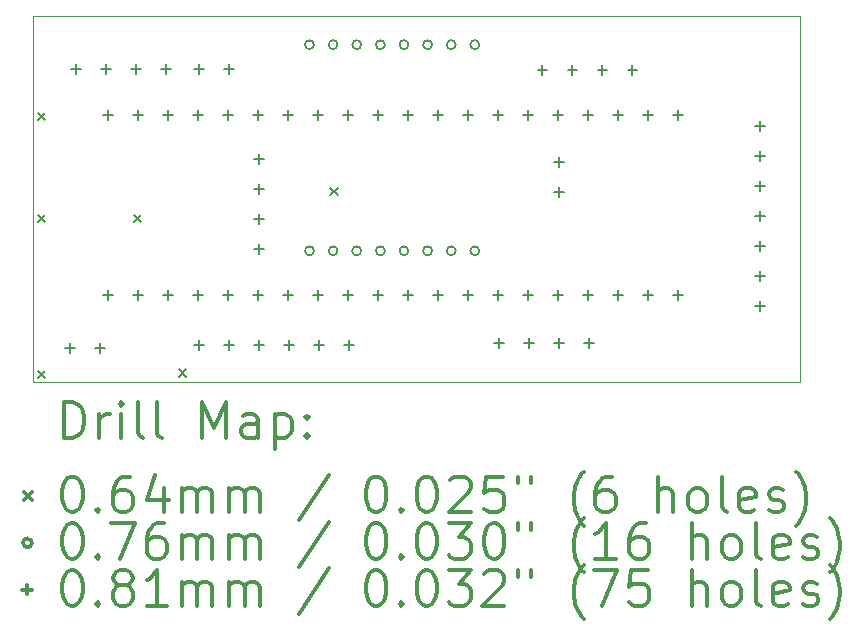
<source format=gbr>
%FSLAX45Y45*%
G04 Gerber Fmt 4.5, Leading zero omitted, Abs format (unit mm)*
G04 Created by KiCad (PCBNEW (2015-01-16 BZR 5376)-product) date 20/06/2015 00:43:48*
%MOMM*%
G01*
G04 APERTURE LIST*
%ADD10C,0.127000*%
%ADD11C,0.100000*%
%ADD12C,0.200000*%
%ADD13C,0.300000*%
G04 APERTURE END LIST*
D10*
D11*
X18300000Y-12000000D02*
X18300000Y-8900000D01*
X11800000Y-12000000D02*
X18300000Y-12000000D01*
X11800000Y-8900000D02*
X11800000Y-12000000D01*
X18300000Y-8900000D02*
X11800000Y-8900000D01*
D12*
X11842750Y-9721850D02*
X11906250Y-9785350D01*
X11906250Y-9721850D02*
X11842750Y-9785350D01*
X11842750Y-10585450D02*
X11906250Y-10648950D01*
X11906250Y-10585450D02*
X11842750Y-10648950D01*
X11842750Y-11906250D02*
X11906250Y-11969750D01*
X11906250Y-11906250D02*
X11842750Y-11969750D01*
X12655550Y-10585450D02*
X12719050Y-10648950D01*
X12719050Y-10585450D02*
X12655550Y-10648950D01*
X13036550Y-11893550D02*
X13100050Y-11957050D01*
X13100050Y-11893550D02*
X13036550Y-11957050D01*
X14319250Y-10356850D02*
X14382750Y-10420350D01*
X14382750Y-10356850D02*
X14319250Y-10420350D01*
X14183106Y-9144000D02*
G75*
G03X14183106Y-9144000I-38100J0D01*
G01*
X14183106Y-10888980D02*
G75*
G03X14183106Y-10888980I-38100J0D01*
G01*
X14383004Y-9144000D02*
G75*
G03X14383004Y-9144000I-38100J0D01*
G01*
X14383004Y-10888980D02*
G75*
G03X14383004Y-10888980I-38100J0D01*
G01*
X14582902Y-9144000D02*
G75*
G03X14582902Y-9144000I-38100J0D01*
G01*
X14582902Y-10888980D02*
G75*
G03X14582902Y-10888980I-38100J0D01*
G01*
X14783054Y-9144000D02*
G75*
G03X14783054Y-9144000I-38100J0D01*
G01*
X14783054Y-10888980D02*
G75*
G03X14783054Y-10888980I-38100J0D01*
G01*
X14982952Y-9144000D02*
G75*
G03X14982952Y-9144000I-38100J0D01*
G01*
X14982952Y-10888980D02*
G75*
G03X14982952Y-10888980I-38100J0D01*
G01*
X15183104Y-9144000D02*
G75*
G03X15183104Y-9144000I-38100J0D01*
G01*
X15183104Y-10888980D02*
G75*
G03X15183104Y-10888980I-38100J0D01*
G01*
X15383002Y-9144000D02*
G75*
G03X15383002Y-9144000I-38100J0D01*
G01*
X15383002Y-10888980D02*
G75*
G03X15383002Y-10888980I-38100J0D01*
G01*
X15582900Y-9144000D02*
G75*
G03X15582900Y-9144000I-38100J0D01*
G01*
X15582900Y-10888980D02*
G75*
G03X15582900Y-10888980I-38100J0D01*
G01*
X12115800Y-11668760D02*
X12115800Y-11750040D01*
X12075160Y-11709400D02*
X12156440Y-11709400D01*
X12166600Y-9306560D02*
X12166600Y-9387840D01*
X12125960Y-9347200D02*
X12207240Y-9347200D01*
X12369800Y-11668760D02*
X12369800Y-11750040D01*
X12329160Y-11709400D02*
X12410440Y-11709400D01*
X12420600Y-9306560D02*
X12420600Y-9387840D01*
X12379960Y-9347200D02*
X12461240Y-9347200D01*
X12437110Y-9697720D02*
X12437110Y-9779000D01*
X12396470Y-9738360D02*
X12477750Y-9738360D01*
X12437110Y-11221720D02*
X12437110Y-11303000D01*
X12396470Y-11262360D02*
X12477750Y-11262360D01*
X12674600Y-9306560D02*
X12674600Y-9387840D01*
X12633960Y-9347200D02*
X12715240Y-9347200D01*
X12691110Y-9697720D02*
X12691110Y-9779000D01*
X12650470Y-9738360D02*
X12731750Y-9738360D01*
X12691110Y-11221720D02*
X12691110Y-11303000D01*
X12650470Y-11262360D02*
X12731750Y-11262360D01*
X12928600Y-9306560D02*
X12928600Y-9387840D01*
X12887960Y-9347200D02*
X12969240Y-9347200D01*
X12945110Y-9697720D02*
X12945110Y-9779000D01*
X12904470Y-9738360D02*
X12985750Y-9738360D01*
X12945110Y-11221720D02*
X12945110Y-11303000D01*
X12904470Y-11262360D02*
X12985750Y-11262360D01*
X13199110Y-9697720D02*
X13199110Y-9779000D01*
X13158470Y-9738360D02*
X13239750Y-9738360D01*
X13199110Y-11221720D02*
X13199110Y-11303000D01*
X13158470Y-11262360D02*
X13239750Y-11262360D01*
X13208000Y-9306560D02*
X13208000Y-9387840D01*
X13167360Y-9347200D02*
X13248640Y-9347200D01*
X13208000Y-11643360D02*
X13208000Y-11724640D01*
X13167360Y-11684000D02*
X13248640Y-11684000D01*
X13453110Y-9697720D02*
X13453110Y-9779000D01*
X13412470Y-9738360D02*
X13493750Y-9738360D01*
X13453110Y-11221720D02*
X13453110Y-11303000D01*
X13412470Y-11262360D02*
X13493750Y-11262360D01*
X13462000Y-9306560D02*
X13462000Y-9387840D01*
X13421360Y-9347200D02*
X13502640Y-9347200D01*
X13462000Y-11643360D02*
X13462000Y-11724640D01*
X13421360Y-11684000D02*
X13502640Y-11684000D01*
X13707110Y-9697720D02*
X13707110Y-9779000D01*
X13666470Y-9738360D02*
X13747750Y-9738360D01*
X13707110Y-11221720D02*
X13707110Y-11303000D01*
X13666470Y-11262360D02*
X13747750Y-11262360D01*
X13716000Y-10068560D02*
X13716000Y-10149840D01*
X13675360Y-10109200D02*
X13756640Y-10109200D01*
X13716000Y-10322560D02*
X13716000Y-10403840D01*
X13675360Y-10363200D02*
X13756640Y-10363200D01*
X13716000Y-10576560D02*
X13716000Y-10657840D01*
X13675360Y-10617200D02*
X13756640Y-10617200D01*
X13716000Y-10830560D02*
X13716000Y-10911840D01*
X13675360Y-10871200D02*
X13756640Y-10871200D01*
X13716000Y-11643360D02*
X13716000Y-11724640D01*
X13675360Y-11684000D02*
X13756640Y-11684000D01*
X13961110Y-9697720D02*
X13961110Y-9779000D01*
X13920470Y-9738360D02*
X14001750Y-9738360D01*
X13961110Y-11221720D02*
X13961110Y-11303000D01*
X13920470Y-11262360D02*
X14001750Y-11262360D01*
X13970000Y-11643360D02*
X13970000Y-11724640D01*
X13929360Y-11684000D02*
X14010640Y-11684000D01*
X14215110Y-9697720D02*
X14215110Y-9779000D01*
X14174470Y-9738360D02*
X14255750Y-9738360D01*
X14215110Y-11221720D02*
X14215110Y-11303000D01*
X14174470Y-11262360D02*
X14255750Y-11262360D01*
X14224000Y-11643360D02*
X14224000Y-11724640D01*
X14183360Y-11684000D02*
X14264640Y-11684000D01*
X14469110Y-9697720D02*
X14469110Y-9779000D01*
X14428470Y-9738360D02*
X14509750Y-9738360D01*
X14469110Y-11221720D02*
X14469110Y-11303000D01*
X14428470Y-11262360D02*
X14509750Y-11262360D01*
X14478000Y-11643360D02*
X14478000Y-11724640D01*
X14437360Y-11684000D02*
X14518640Y-11684000D01*
X14723110Y-9697720D02*
X14723110Y-9779000D01*
X14682470Y-9738360D02*
X14763750Y-9738360D01*
X14723110Y-11221720D02*
X14723110Y-11303000D01*
X14682470Y-11262360D02*
X14763750Y-11262360D01*
X14977110Y-9697720D02*
X14977110Y-9779000D01*
X14936470Y-9738360D02*
X15017750Y-9738360D01*
X14977110Y-11221720D02*
X14977110Y-11303000D01*
X14936470Y-11262360D02*
X15017750Y-11262360D01*
X15231110Y-9697720D02*
X15231110Y-9779000D01*
X15190470Y-9738360D02*
X15271750Y-9738360D01*
X15231110Y-11221720D02*
X15231110Y-11303000D01*
X15190470Y-11262360D02*
X15271750Y-11262360D01*
X15485110Y-9697720D02*
X15485110Y-9779000D01*
X15444470Y-9738360D02*
X15525750Y-9738360D01*
X15485110Y-11221720D02*
X15485110Y-11303000D01*
X15444470Y-11262360D02*
X15525750Y-11262360D01*
X15739110Y-9697720D02*
X15739110Y-9779000D01*
X15698470Y-9738360D02*
X15779750Y-9738360D01*
X15739110Y-11221720D02*
X15739110Y-11303000D01*
X15698470Y-11262360D02*
X15779750Y-11262360D01*
X15748000Y-11630660D02*
X15748000Y-11711940D01*
X15707360Y-11671300D02*
X15788640Y-11671300D01*
X15993110Y-9697720D02*
X15993110Y-9779000D01*
X15952470Y-9738360D02*
X16033750Y-9738360D01*
X15993110Y-11221720D02*
X15993110Y-11303000D01*
X15952470Y-11262360D02*
X16033750Y-11262360D01*
X16002000Y-11630660D02*
X16002000Y-11711940D01*
X15961360Y-11671300D02*
X16042640Y-11671300D01*
X16116300Y-9319260D02*
X16116300Y-9400540D01*
X16075660Y-9359900D02*
X16156940Y-9359900D01*
X16247110Y-9697720D02*
X16247110Y-9779000D01*
X16206470Y-9738360D02*
X16287750Y-9738360D01*
X16247110Y-11221720D02*
X16247110Y-11303000D01*
X16206470Y-11262360D02*
X16287750Y-11262360D01*
X16256000Y-10093960D02*
X16256000Y-10175240D01*
X16215360Y-10134600D02*
X16296640Y-10134600D01*
X16256000Y-10347960D02*
X16256000Y-10429240D01*
X16215360Y-10388600D02*
X16296640Y-10388600D01*
X16256000Y-11630660D02*
X16256000Y-11711940D01*
X16215360Y-11671300D02*
X16296640Y-11671300D01*
X16370300Y-9319260D02*
X16370300Y-9400540D01*
X16329660Y-9359900D02*
X16410940Y-9359900D01*
X16501110Y-9697720D02*
X16501110Y-9779000D01*
X16460470Y-9738360D02*
X16541750Y-9738360D01*
X16501110Y-11221720D02*
X16501110Y-11303000D01*
X16460470Y-11262360D02*
X16541750Y-11262360D01*
X16510000Y-11630660D02*
X16510000Y-11711940D01*
X16469360Y-11671300D02*
X16550640Y-11671300D01*
X16624300Y-9319260D02*
X16624300Y-9400540D01*
X16583660Y-9359900D02*
X16664940Y-9359900D01*
X16755110Y-9697720D02*
X16755110Y-9779000D01*
X16714470Y-9738360D02*
X16795750Y-9738360D01*
X16755110Y-11221720D02*
X16755110Y-11303000D01*
X16714470Y-11262360D02*
X16795750Y-11262360D01*
X16878300Y-9319260D02*
X16878300Y-9400540D01*
X16837660Y-9359900D02*
X16918940Y-9359900D01*
X17009110Y-9697720D02*
X17009110Y-9779000D01*
X16968470Y-9738360D02*
X17049750Y-9738360D01*
X17009110Y-11221720D02*
X17009110Y-11303000D01*
X16968470Y-11262360D02*
X17049750Y-11262360D01*
X17263110Y-9697720D02*
X17263110Y-9779000D01*
X17222470Y-9738360D02*
X17303750Y-9738360D01*
X17263110Y-11221720D02*
X17263110Y-11303000D01*
X17222470Y-11262360D02*
X17303750Y-11262360D01*
X17957800Y-9789160D02*
X17957800Y-9870440D01*
X17917160Y-9829800D02*
X17998440Y-9829800D01*
X17957800Y-10043160D02*
X17957800Y-10124440D01*
X17917160Y-10083800D02*
X17998440Y-10083800D01*
X17957800Y-10297160D02*
X17957800Y-10378440D01*
X17917160Y-10337800D02*
X17998440Y-10337800D01*
X17957800Y-10551160D02*
X17957800Y-10632440D01*
X17917160Y-10591800D02*
X17998440Y-10591800D01*
X17957800Y-10805160D02*
X17957800Y-10886440D01*
X17917160Y-10845800D02*
X17998440Y-10845800D01*
X17957800Y-11059160D02*
X17957800Y-11140440D01*
X17917160Y-11099800D02*
X17998440Y-11099800D01*
X17957800Y-11313160D02*
X17957800Y-11394440D01*
X17917160Y-11353800D02*
X17998440Y-11353800D01*
D13*
X12066428Y-12470714D02*
X12066428Y-12170714D01*
X12137857Y-12170714D01*
X12180714Y-12185000D01*
X12209286Y-12213571D01*
X12223571Y-12242143D01*
X12237857Y-12299286D01*
X12237857Y-12342143D01*
X12223571Y-12399286D01*
X12209286Y-12427857D01*
X12180714Y-12456429D01*
X12137857Y-12470714D01*
X12066428Y-12470714D01*
X12366428Y-12470714D02*
X12366428Y-12270714D01*
X12366428Y-12327857D02*
X12380714Y-12299286D01*
X12395000Y-12285000D01*
X12423571Y-12270714D01*
X12452143Y-12270714D01*
X12552143Y-12470714D02*
X12552143Y-12270714D01*
X12552143Y-12170714D02*
X12537857Y-12185000D01*
X12552143Y-12199286D01*
X12566428Y-12185000D01*
X12552143Y-12170714D01*
X12552143Y-12199286D01*
X12737857Y-12470714D02*
X12709286Y-12456429D01*
X12695000Y-12427857D01*
X12695000Y-12170714D01*
X12895000Y-12470714D02*
X12866428Y-12456429D01*
X12852143Y-12427857D01*
X12852143Y-12170714D01*
X13237857Y-12470714D02*
X13237857Y-12170714D01*
X13337857Y-12385000D01*
X13437857Y-12170714D01*
X13437857Y-12470714D01*
X13709286Y-12470714D02*
X13709286Y-12313571D01*
X13695000Y-12285000D01*
X13666428Y-12270714D01*
X13609286Y-12270714D01*
X13580714Y-12285000D01*
X13709286Y-12456429D02*
X13680714Y-12470714D01*
X13609286Y-12470714D01*
X13580714Y-12456429D01*
X13566428Y-12427857D01*
X13566428Y-12399286D01*
X13580714Y-12370714D01*
X13609286Y-12356429D01*
X13680714Y-12356429D01*
X13709286Y-12342143D01*
X13852143Y-12270714D02*
X13852143Y-12570714D01*
X13852143Y-12285000D02*
X13880714Y-12270714D01*
X13937857Y-12270714D01*
X13966428Y-12285000D01*
X13980714Y-12299286D01*
X13995000Y-12327857D01*
X13995000Y-12413571D01*
X13980714Y-12442143D01*
X13966428Y-12456429D01*
X13937857Y-12470714D01*
X13880714Y-12470714D01*
X13852143Y-12456429D01*
X14123571Y-12442143D02*
X14137857Y-12456429D01*
X14123571Y-12470714D01*
X14109286Y-12456429D01*
X14123571Y-12442143D01*
X14123571Y-12470714D01*
X14123571Y-12285000D02*
X14137857Y-12299286D01*
X14123571Y-12313571D01*
X14109286Y-12299286D01*
X14123571Y-12285000D01*
X14123571Y-12313571D01*
X11731500Y-12933250D02*
X11795000Y-12996750D01*
X11795000Y-12933250D02*
X11731500Y-12996750D01*
X12123571Y-12800714D02*
X12152143Y-12800714D01*
X12180714Y-12815000D01*
X12195000Y-12829286D01*
X12209286Y-12857857D01*
X12223571Y-12915000D01*
X12223571Y-12986429D01*
X12209286Y-13043571D01*
X12195000Y-13072143D01*
X12180714Y-13086429D01*
X12152143Y-13100714D01*
X12123571Y-13100714D01*
X12095000Y-13086429D01*
X12080714Y-13072143D01*
X12066428Y-13043571D01*
X12052143Y-12986429D01*
X12052143Y-12915000D01*
X12066428Y-12857857D01*
X12080714Y-12829286D01*
X12095000Y-12815000D01*
X12123571Y-12800714D01*
X12352143Y-13072143D02*
X12366428Y-13086429D01*
X12352143Y-13100714D01*
X12337857Y-13086429D01*
X12352143Y-13072143D01*
X12352143Y-13100714D01*
X12623571Y-12800714D02*
X12566428Y-12800714D01*
X12537857Y-12815000D01*
X12523571Y-12829286D01*
X12495000Y-12872143D01*
X12480714Y-12929286D01*
X12480714Y-13043571D01*
X12495000Y-13072143D01*
X12509286Y-13086429D01*
X12537857Y-13100714D01*
X12595000Y-13100714D01*
X12623571Y-13086429D01*
X12637857Y-13072143D01*
X12652143Y-13043571D01*
X12652143Y-12972143D01*
X12637857Y-12943571D01*
X12623571Y-12929286D01*
X12595000Y-12915000D01*
X12537857Y-12915000D01*
X12509286Y-12929286D01*
X12495000Y-12943571D01*
X12480714Y-12972143D01*
X12909286Y-12900714D02*
X12909286Y-13100714D01*
X12837857Y-12786429D02*
X12766428Y-13000714D01*
X12952143Y-13000714D01*
X13066428Y-13100714D02*
X13066428Y-12900714D01*
X13066428Y-12929286D02*
X13080714Y-12915000D01*
X13109286Y-12900714D01*
X13152143Y-12900714D01*
X13180714Y-12915000D01*
X13195000Y-12943571D01*
X13195000Y-13100714D01*
X13195000Y-12943571D02*
X13209286Y-12915000D01*
X13237857Y-12900714D01*
X13280714Y-12900714D01*
X13309286Y-12915000D01*
X13323571Y-12943571D01*
X13323571Y-13100714D01*
X13466428Y-13100714D02*
X13466428Y-12900714D01*
X13466428Y-12929286D02*
X13480714Y-12915000D01*
X13509286Y-12900714D01*
X13552143Y-12900714D01*
X13580714Y-12915000D01*
X13595000Y-12943571D01*
X13595000Y-13100714D01*
X13595000Y-12943571D02*
X13609286Y-12915000D01*
X13637857Y-12900714D01*
X13680714Y-12900714D01*
X13709286Y-12915000D01*
X13723571Y-12943571D01*
X13723571Y-13100714D01*
X14309286Y-12786429D02*
X14052143Y-13172143D01*
X14695000Y-12800714D02*
X14723571Y-12800714D01*
X14752143Y-12815000D01*
X14766428Y-12829286D01*
X14780714Y-12857857D01*
X14795000Y-12915000D01*
X14795000Y-12986429D01*
X14780714Y-13043571D01*
X14766428Y-13072143D01*
X14752143Y-13086429D01*
X14723571Y-13100714D01*
X14695000Y-13100714D01*
X14666428Y-13086429D01*
X14652143Y-13072143D01*
X14637857Y-13043571D01*
X14623571Y-12986429D01*
X14623571Y-12915000D01*
X14637857Y-12857857D01*
X14652143Y-12829286D01*
X14666428Y-12815000D01*
X14695000Y-12800714D01*
X14923571Y-13072143D02*
X14937857Y-13086429D01*
X14923571Y-13100714D01*
X14909286Y-13086429D01*
X14923571Y-13072143D01*
X14923571Y-13100714D01*
X15123571Y-12800714D02*
X15152143Y-12800714D01*
X15180714Y-12815000D01*
X15195000Y-12829286D01*
X15209285Y-12857857D01*
X15223571Y-12915000D01*
X15223571Y-12986429D01*
X15209285Y-13043571D01*
X15195000Y-13072143D01*
X15180714Y-13086429D01*
X15152143Y-13100714D01*
X15123571Y-13100714D01*
X15095000Y-13086429D01*
X15080714Y-13072143D01*
X15066428Y-13043571D01*
X15052143Y-12986429D01*
X15052143Y-12915000D01*
X15066428Y-12857857D01*
X15080714Y-12829286D01*
X15095000Y-12815000D01*
X15123571Y-12800714D01*
X15337857Y-12829286D02*
X15352143Y-12815000D01*
X15380714Y-12800714D01*
X15452143Y-12800714D01*
X15480714Y-12815000D01*
X15495000Y-12829286D01*
X15509285Y-12857857D01*
X15509285Y-12886429D01*
X15495000Y-12929286D01*
X15323571Y-13100714D01*
X15509285Y-13100714D01*
X15780714Y-12800714D02*
X15637857Y-12800714D01*
X15623571Y-12943571D01*
X15637857Y-12929286D01*
X15666428Y-12915000D01*
X15737857Y-12915000D01*
X15766428Y-12929286D01*
X15780714Y-12943571D01*
X15795000Y-12972143D01*
X15795000Y-13043571D01*
X15780714Y-13072143D01*
X15766428Y-13086429D01*
X15737857Y-13100714D01*
X15666428Y-13100714D01*
X15637857Y-13086429D01*
X15623571Y-13072143D01*
X15909286Y-12800714D02*
X15909286Y-12857857D01*
X16023571Y-12800714D02*
X16023571Y-12857857D01*
X16466428Y-13215000D02*
X16452143Y-13200714D01*
X16423571Y-13157857D01*
X16409285Y-13129286D01*
X16395000Y-13086429D01*
X16380714Y-13015000D01*
X16380714Y-12957857D01*
X16395000Y-12886429D01*
X16409285Y-12843571D01*
X16423571Y-12815000D01*
X16452143Y-12772143D01*
X16466428Y-12757857D01*
X16709285Y-12800714D02*
X16652143Y-12800714D01*
X16623571Y-12815000D01*
X16609285Y-12829286D01*
X16580714Y-12872143D01*
X16566428Y-12929286D01*
X16566428Y-13043571D01*
X16580714Y-13072143D01*
X16595000Y-13086429D01*
X16623571Y-13100714D01*
X16680714Y-13100714D01*
X16709285Y-13086429D01*
X16723571Y-13072143D01*
X16737857Y-13043571D01*
X16737857Y-12972143D01*
X16723571Y-12943571D01*
X16709285Y-12929286D01*
X16680714Y-12915000D01*
X16623571Y-12915000D01*
X16595000Y-12929286D01*
X16580714Y-12943571D01*
X16566428Y-12972143D01*
X17095000Y-13100714D02*
X17095000Y-12800714D01*
X17223571Y-13100714D02*
X17223571Y-12943571D01*
X17209286Y-12915000D01*
X17180714Y-12900714D01*
X17137857Y-12900714D01*
X17109286Y-12915000D01*
X17095000Y-12929286D01*
X17409286Y-13100714D02*
X17380714Y-13086429D01*
X17366428Y-13072143D01*
X17352143Y-13043571D01*
X17352143Y-12957857D01*
X17366428Y-12929286D01*
X17380714Y-12915000D01*
X17409286Y-12900714D01*
X17452143Y-12900714D01*
X17480714Y-12915000D01*
X17495000Y-12929286D01*
X17509286Y-12957857D01*
X17509286Y-13043571D01*
X17495000Y-13072143D01*
X17480714Y-13086429D01*
X17452143Y-13100714D01*
X17409286Y-13100714D01*
X17680714Y-13100714D02*
X17652143Y-13086429D01*
X17637857Y-13057857D01*
X17637857Y-12800714D01*
X17909286Y-13086429D02*
X17880714Y-13100714D01*
X17823571Y-13100714D01*
X17795000Y-13086429D01*
X17780714Y-13057857D01*
X17780714Y-12943571D01*
X17795000Y-12915000D01*
X17823571Y-12900714D01*
X17880714Y-12900714D01*
X17909286Y-12915000D01*
X17923571Y-12943571D01*
X17923571Y-12972143D01*
X17780714Y-13000714D01*
X18037857Y-13086429D02*
X18066429Y-13100714D01*
X18123571Y-13100714D01*
X18152143Y-13086429D01*
X18166429Y-13057857D01*
X18166429Y-13043571D01*
X18152143Y-13015000D01*
X18123571Y-13000714D01*
X18080714Y-13000714D01*
X18052143Y-12986429D01*
X18037857Y-12957857D01*
X18037857Y-12943571D01*
X18052143Y-12915000D01*
X18080714Y-12900714D01*
X18123571Y-12900714D01*
X18152143Y-12915000D01*
X18266428Y-13215000D02*
X18280714Y-13200714D01*
X18309286Y-13157857D01*
X18323571Y-13129286D01*
X18337857Y-13086429D01*
X18352143Y-13015000D01*
X18352143Y-12957857D01*
X18337857Y-12886429D01*
X18323571Y-12843571D01*
X18309286Y-12815000D01*
X18280714Y-12772143D01*
X18266428Y-12757857D01*
X11795000Y-13361000D02*
G75*
G03X11795000Y-13361000I-38100J0D01*
G01*
X12123571Y-13196714D02*
X12152143Y-13196714D01*
X12180714Y-13211000D01*
X12195000Y-13225286D01*
X12209286Y-13253857D01*
X12223571Y-13311000D01*
X12223571Y-13382429D01*
X12209286Y-13439571D01*
X12195000Y-13468143D01*
X12180714Y-13482429D01*
X12152143Y-13496714D01*
X12123571Y-13496714D01*
X12095000Y-13482429D01*
X12080714Y-13468143D01*
X12066428Y-13439571D01*
X12052143Y-13382429D01*
X12052143Y-13311000D01*
X12066428Y-13253857D01*
X12080714Y-13225286D01*
X12095000Y-13211000D01*
X12123571Y-13196714D01*
X12352143Y-13468143D02*
X12366428Y-13482429D01*
X12352143Y-13496714D01*
X12337857Y-13482429D01*
X12352143Y-13468143D01*
X12352143Y-13496714D01*
X12466428Y-13196714D02*
X12666428Y-13196714D01*
X12537857Y-13496714D01*
X12909286Y-13196714D02*
X12852143Y-13196714D01*
X12823571Y-13211000D01*
X12809286Y-13225286D01*
X12780714Y-13268143D01*
X12766428Y-13325286D01*
X12766428Y-13439571D01*
X12780714Y-13468143D01*
X12795000Y-13482429D01*
X12823571Y-13496714D01*
X12880714Y-13496714D01*
X12909286Y-13482429D01*
X12923571Y-13468143D01*
X12937857Y-13439571D01*
X12937857Y-13368143D01*
X12923571Y-13339571D01*
X12909286Y-13325286D01*
X12880714Y-13311000D01*
X12823571Y-13311000D01*
X12795000Y-13325286D01*
X12780714Y-13339571D01*
X12766428Y-13368143D01*
X13066428Y-13496714D02*
X13066428Y-13296714D01*
X13066428Y-13325286D02*
X13080714Y-13311000D01*
X13109286Y-13296714D01*
X13152143Y-13296714D01*
X13180714Y-13311000D01*
X13195000Y-13339571D01*
X13195000Y-13496714D01*
X13195000Y-13339571D02*
X13209286Y-13311000D01*
X13237857Y-13296714D01*
X13280714Y-13296714D01*
X13309286Y-13311000D01*
X13323571Y-13339571D01*
X13323571Y-13496714D01*
X13466428Y-13496714D02*
X13466428Y-13296714D01*
X13466428Y-13325286D02*
X13480714Y-13311000D01*
X13509286Y-13296714D01*
X13552143Y-13296714D01*
X13580714Y-13311000D01*
X13595000Y-13339571D01*
X13595000Y-13496714D01*
X13595000Y-13339571D02*
X13609286Y-13311000D01*
X13637857Y-13296714D01*
X13680714Y-13296714D01*
X13709286Y-13311000D01*
X13723571Y-13339571D01*
X13723571Y-13496714D01*
X14309286Y-13182429D02*
X14052143Y-13568143D01*
X14695000Y-13196714D02*
X14723571Y-13196714D01*
X14752143Y-13211000D01*
X14766428Y-13225286D01*
X14780714Y-13253857D01*
X14795000Y-13311000D01*
X14795000Y-13382429D01*
X14780714Y-13439571D01*
X14766428Y-13468143D01*
X14752143Y-13482429D01*
X14723571Y-13496714D01*
X14695000Y-13496714D01*
X14666428Y-13482429D01*
X14652143Y-13468143D01*
X14637857Y-13439571D01*
X14623571Y-13382429D01*
X14623571Y-13311000D01*
X14637857Y-13253857D01*
X14652143Y-13225286D01*
X14666428Y-13211000D01*
X14695000Y-13196714D01*
X14923571Y-13468143D02*
X14937857Y-13482429D01*
X14923571Y-13496714D01*
X14909286Y-13482429D01*
X14923571Y-13468143D01*
X14923571Y-13496714D01*
X15123571Y-13196714D02*
X15152143Y-13196714D01*
X15180714Y-13211000D01*
X15195000Y-13225286D01*
X15209285Y-13253857D01*
X15223571Y-13311000D01*
X15223571Y-13382429D01*
X15209285Y-13439571D01*
X15195000Y-13468143D01*
X15180714Y-13482429D01*
X15152143Y-13496714D01*
X15123571Y-13496714D01*
X15095000Y-13482429D01*
X15080714Y-13468143D01*
X15066428Y-13439571D01*
X15052143Y-13382429D01*
X15052143Y-13311000D01*
X15066428Y-13253857D01*
X15080714Y-13225286D01*
X15095000Y-13211000D01*
X15123571Y-13196714D01*
X15323571Y-13196714D02*
X15509285Y-13196714D01*
X15409285Y-13311000D01*
X15452143Y-13311000D01*
X15480714Y-13325286D01*
X15495000Y-13339571D01*
X15509285Y-13368143D01*
X15509285Y-13439571D01*
X15495000Y-13468143D01*
X15480714Y-13482429D01*
X15452143Y-13496714D01*
X15366428Y-13496714D01*
X15337857Y-13482429D01*
X15323571Y-13468143D01*
X15695000Y-13196714D02*
X15723571Y-13196714D01*
X15752143Y-13211000D01*
X15766428Y-13225286D01*
X15780714Y-13253857D01*
X15795000Y-13311000D01*
X15795000Y-13382429D01*
X15780714Y-13439571D01*
X15766428Y-13468143D01*
X15752143Y-13482429D01*
X15723571Y-13496714D01*
X15695000Y-13496714D01*
X15666428Y-13482429D01*
X15652143Y-13468143D01*
X15637857Y-13439571D01*
X15623571Y-13382429D01*
X15623571Y-13311000D01*
X15637857Y-13253857D01*
X15652143Y-13225286D01*
X15666428Y-13211000D01*
X15695000Y-13196714D01*
X15909286Y-13196714D02*
X15909286Y-13253857D01*
X16023571Y-13196714D02*
X16023571Y-13253857D01*
X16466428Y-13611000D02*
X16452143Y-13596714D01*
X16423571Y-13553857D01*
X16409285Y-13525286D01*
X16395000Y-13482429D01*
X16380714Y-13411000D01*
X16380714Y-13353857D01*
X16395000Y-13282429D01*
X16409285Y-13239571D01*
X16423571Y-13211000D01*
X16452143Y-13168143D01*
X16466428Y-13153857D01*
X16737857Y-13496714D02*
X16566428Y-13496714D01*
X16652143Y-13496714D02*
X16652143Y-13196714D01*
X16623571Y-13239571D01*
X16595000Y-13268143D01*
X16566428Y-13282429D01*
X16995000Y-13196714D02*
X16937857Y-13196714D01*
X16909286Y-13211000D01*
X16895000Y-13225286D01*
X16866428Y-13268143D01*
X16852143Y-13325286D01*
X16852143Y-13439571D01*
X16866428Y-13468143D01*
X16880714Y-13482429D01*
X16909286Y-13496714D01*
X16966428Y-13496714D01*
X16995000Y-13482429D01*
X17009286Y-13468143D01*
X17023571Y-13439571D01*
X17023571Y-13368143D01*
X17009286Y-13339571D01*
X16995000Y-13325286D01*
X16966428Y-13311000D01*
X16909286Y-13311000D01*
X16880714Y-13325286D01*
X16866428Y-13339571D01*
X16852143Y-13368143D01*
X17380714Y-13496714D02*
X17380714Y-13196714D01*
X17509286Y-13496714D02*
X17509286Y-13339571D01*
X17495000Y-13311000D01*
X17466428Y-13296714D01*
X17423571Y-13296714D01*
X17395000Y-13311000D01*
X17380714Y-13325286D01*
X17695000Y-13496714D02*
X17666428Y-13482429D01*
X17652143Y-13468143D01*
X17637857Y-13439571D01*
X17637857Y-13353857D01*
X17652143Y-13325286D01*
X17666428Y-13311000D01*
X17695000Y-13296714D01*
X17737857Y-13296714D01*
X17766428Y-13311000D01*
X17780714Y-13325286D01*
X17795000Y-13353857D01*
X17795000Y-13439571D01*
X17780714Y-13468143D01*
X17766428Y-13482429D01*
X17737857Y-13496714D01*
X17695000Y-13496714D01*
X17966428Y-13496714D02*
X17937857Y-13482429D01*
X17923571Y-13453857D01*
X17923571Y-13196714D01*
X18195000Y-13482429D02*
X18166429Y-13496714D01*
X18109286Y-13496714D01*
X18080714Y-13482429D01*
X18066429Y-13453857D01*
X18066429Y-13339571D01*
X18080714Y-13311000D01*
X18109286Y-13296714D01*
X18166429Y-13296714D01*
X18195000Y-13311000D01*
X18209286Y-13339571D01*
X18209286Y-13368143D01*
X18066429Y-13396714D01*
X18323571Y-13482429D02*
X18352143Y-13496714D01*
X18409286Y-13496714D01*
X18437857Y-13482429D01*
X18452143Y-13453857D01*
X18452143Y-13439571D01*
X18437857Y-13411000D01*
X18409286Y-13396714D01*
X18366429Y-13396714D01*
X18337857Y-13382429D01*
X18323571Y-13353857D01*
X18323571Y-13339571D01*
X18337857Y-13311000D01*
X18366429Y-13296714D01*
X18409286Y-13296714D01*
X18437857Y-13311000D01*
X18552143Y-13611000D02*
X18566429Y-13596714D01*
X18595000Y-13553857D01*
X18609286Y-13525286D01*
X18623571Y-13482429D01*
X18637857Y-13411000D01*
X18637857Y-13353857D01*
X18623571Y-13282429D01*
X18609286Y-13239571D01*
X18595000Y-13211000D01*
X18566429Y-13168143D01*
X18552143Y-13153857D01*
X11754360Y-13716360D02*
X11754360Y-13797640D01*
X11713720Y-13757000D02*
X11795000Y-13757000D01*
X12123571Y-13592714D02*
X12152143Y-13592714D01*
X12180714Y-13607000D01*
X12195000Y-13621286D01*
X12209286Y-13649857D01*
X12223571Y-13707000D01*
X12223571Y-13778429D01*
X12209286Y-13835571D01*
X12195000Y-13864143D01*
X12180714Y-13878429D01*
X12152143Y-13892714D01*
X12123571Y-13892714D01*
X12095000Y-13878429D01*
X12080714Y-13864143D01*
X12066428Y-13835571D01*
X12052143Y-13778429D01*
X12052143Y-13707000D01*
X12066428Y-13649857D01*
X12080714Y-13621286D01*
X12095000Y-13607000D01*
X12123571Y-13592714D01*
X12352143Y-13864143D02*
X12366428Y-13878429D01*
X12352143Y-13892714D01*
X12337857Y-13878429D01*
X12352143Y-13864143D01*
X12352143Y-13892714D01*
X12537857Y-13721286D02*
X12509286Y-13707000D01*
X12495000Y-13692714D01*
X12480714Y-13664143D01*
X12480714Y-13649857D01*
X12495000Y-13621286D01*
X12509286Y-13607000D01*
X12537857Y-13592714D01*
X12595000Y-13592714D01*
X12623571Y-13607000D01*
X12637857Y-13621286D01*
X12652143Y-13649857D01*
X12652143Y-13664143D01*
X12637857Y-13692714D01*
X12623571Y-13707000D01*
X12595000Y-13721286D01*
X12537857Y-13721286D01*
X12509286Y-13735571D01*
X12495000Y-13749857D01*
X12480714Y-13778429D01*
X12480714Y-13835571D01*
X12495000Y-13864143D01*
X12509286Y-13878429D01*
X12537857Y-13892714D01*
X12595000Y-13892714D01*
X12623571Y-13878429D01*
X12637857Y-13864143D01*
X12652143Y-13835571D01*
X12652143Y-13778429D01*
X12637857Y-13749857D01*
X12623571Y-13735571D01*
X12595000Y-13721286D01*
X12937857Y-13892714D02*
X12766428Y-13892714D01*
X12852143Y-13892714D02*
X12852143Y-13592714D01*
X12823571Y-13635571D01*
X12795000Y-13664143D01*
X12766428Y-13678429D01*
X13066428Y-13892714D02*
X13066428Y-13692714D01*
X13066428Y-13721286D02*
X13080714Y-13707000D01*
X13109286Y-13692714D01*
X13152143Y-13692714D01*
X13180714Y-13707000D01*
X13195000Y-13735571D01*
X13195000Y-13892714D01*
X13195000Y-13735571D02*
X13209286Y-13707000D01*
X13237857Y-13692714D01*
X13280714Y-13692714D01*
X13309286Y-13707000D01*
X13323571Y-13735571D01*
X13323571Y-13892714D01*
X13466428Y-13892714D02*
X13466428Y-13692714D01*
X13466428Y-13721286D02*
X13480714Y-13707000D01*
X13509286Y-13692714D01*
X13552143Y-13692714D01*
X13580714Y-13707000D01*
X13595000Y-13735571D01*
X13595000Y-13892714D01*
X13595000Y-13735571D02*
X13609286Y-13707000D01*
X13637857Y-13692714D01*
X13680714Y-13692714D01*
X13709286Y-13707000D01*
X13723571Y-13735571D01*
X13723571Y-13892714D01*
X14309286Y-13578429D02*
X14052143Y-13964143D01*
X14695000Y-13592714D02*
X14723571Y-13592714D01*
X14752143Y-13607000D01*
X14766428Y-13621286D01*
X14780714Y-13649857D01*
X14795000Y-13707000D01*
X14795000Y-13778429D01*
X14780714Y-13835571D01*
X14766428Y-13864143D01*
X14752143Y-13878429D01*
X14723571Y-13892714D01*
X14695000Y-13892714D01*
X14666428Y-13878429D01*
X14652143Y-13864143D01*
X14637857Y-13835571D01*
X14623571Y-13778429D01*
X14623571Y-13707000D01*
X14637857Y-13649857D01*
X14652143Y-13621286D01*
X14666428Y-13607000D01*
X14695000Y-13592714D01*
X14923571Y-13864143D02*
X14937857Y-13878429D01*
X14923571Y-13892714D01*
X14909286Y-13878429D01*
X14923571Y-13864143D01*
X14923571Y-13892714D01*
X15123571Y-13592714D02*
X15152143Y-13592714D01*
X15180714Y-13607000D01*
X15195000Y-13621286D01*
X15209285Y-13649857D01*
X15223571Y-13707000D01*
X15223571Y-13778429D01*
X15209285Y-13835571D01*
X15195000Y-13864143D01*
X15180714Y-13878429D01*
X15152143Y-13892714D01*
X15123571Y-13892714D01*
X15095000Y-13878429D01*
X15080714Y-13864143D01*
X15066428Y-13835571D01*
X15052143Y-13778429D01*
X15052143Y-13707000D01*
X15066428Y-13649857D01*
X15080714Y-13621286D01*
X15095000Y-13607000D01*
X15123571Y-13592714D01*
X15323571Y-13592714D02*
X15509285Y-13592714D01*
X15409285Y-13707000D01*
X15452143Y-13707000D01*
X15480714Y-13721286D01*
X15495000Y-13735571D01*
X15509285Y-13764143D01*
X15509285Y-13835571D01*
X15495000Y-13864143D01*
X15480714Y-13878429D01*
X15452143Y-13892714D01*
X15366428Y-13892714D01*
X15337857Y-13878429D01*
X15323571Y-13864143D01*
X15623571Y-13621286D02*
X15637857Y-13607000D01*
X15666428Y-13592714D01*
X15737857Y-13592714D01*
X15766428Y-13607000D01*
X15780714Y-13621286D01*
X15795000Y-13649857D01*
X15795000Y-13678429D01*
X15780714Y-13721286D01*
X15609285Y-13892714D01*
X15795000Y-13892714D01*
X15909286Y-13592714D02*
X15909286Y-13649857D01*
X16023571Y-13592714D02*
X16023571Y-13649857D01*
X16466428Y-14007000D02*
X16452143Y-13992714D01*
X16423571Y-13949857D01*
X16409285Y-13921286D01*
X16395000Y-13878429D01*
X16380714Y-13807000D01*
X16380714Y-13749857D01*
X16395000Y-13678429D01*
X16409285Y-13635571D01*
X16423571Y-13607000D01*
X16452143Y-13564143D01*
X16466428Y-13549857D01*
X16552143Y-13592714D02*
X16752143Y-13592714D01*
X16623571Y-13892714D01*
X17009286Y-13592714D02*
X16866428Y-13592714D01*
X16852143Y-13735571D01*
X16866428Y-13721286D01*
X16895000Y-13707000D01*
X16966428Y-13707000D01*
X16995000Y-13721286D01*
X17009286Y-13735571D01*
X17023571Y-13764143D01*
X17023571Y-13835571D01*
X17009286Y-13864143D01*
X16995000Y-13878429D01*
X16966428Y-13892714D01*
X16895000Y-13892714D01*
X16866428Y-13878429D01*
X16852143Y-13864143D01*
X17380714Y-13892714D02*
X17380714Y-13592714D01*
X17509286Y-13892714D02*
X17509286Y-13735571D01*
X17495000Y-13707000D01*
X17466428Y-13692714D01*
X17423571Y-13692714D01*
X17395000Y-13707000D01*
X17380714Y-13721286D01*
X17695000Y-13892714D02*
X17666428Y-13878429D01*
X17652143Y-13864143D01*
X17637857Y-13835571D01*
X17637857Y-13749857D01*
X17652143Y-13721286D01*
X17666428Y-13707000D01*
X17695000Y-13692714D01*
X17737857Y-13692714D01*
X17766428Y-13707000D01*
X17780714Y-13721286D01*
X17795000Y-13749857D01*
X17795000Y-13835571D01*
X17780714Y-13864143D01*
X17766428Y-13878429D01*
X17737857Y-13892714D01*
X17695000Y-13892714D01*
X17966428Y-13892714D02*
X17937857Y-13878429D01*
X17923571Y-13849857D01*
X17923571Y-13592714D01*
X18195000Y-13878429D02*
X18166429Y-13892714D01*
X18109286Y-13892714D01*
X18080714Y-13878429D01*
X18066429Y-13849857D01*
X18066429Y-13735571D01*
X18080714Y-13707000D01*
X18109286Y-13692714D01*
X18166429Y-13692714D01*
X18195000Y-13707000D01*
X18209286Y-13735571D01*
X18209286Y-13764143D01*
X18066429Y-13792714D01*
X18323571Y-13878429D02*
X18352143Y-13892714D01*
X18409286Y-13892714D01*
X18437857Y-13878429D01*
X18452143Y-13849857D01*
X18452143Y-13835571D01*
X18437857Y-13807000D01*
X18409286Y-13792714D01*
X18366429Y-13792714D01*
X18337857Y-13778429D01*
X18323571Y-13749857D01*
X18323571Y-13735571D01*
X18337857Y-13707000D01*
X18366429Y-13692714D01*
X18409286Y-13692714D01*
X18437857Y-13707000D01*
X18552143Y-14007000D02*
X18566429Y-13992714D01*
X18595000Y-13949857D01*
X18609286Y-13921286D01*
X18623571Y-13878429D01*
X18637857Y-13807000D01*
X18637857Y-13749857D01*
X18623571Y-13678429D01*
X18609286Y-13635571D01*
X18595000Y-13607000D01*
X18566429Y-13564143D01*
X18552143Y-13549857D01*
M02*

</source>
